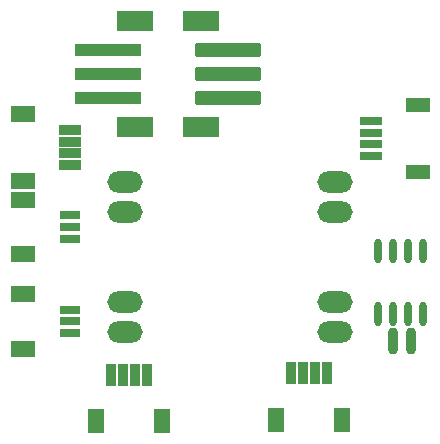
<source format=gbs>
G04 Layer: BottomSolderMaskLayer*
G04 EasyEDA v6.5.40, 2024-02-08 20:30:12*
G04 8a8f0ff451d84adea016c743fcc8db9f,2e16165ee3bb4678bfb3015e44e098b9,10*
G04 Gerber Generator version 0.2*
G04 Scale: 100 percent, Rotated: No, Reflected: No *
G04 Dimensions in millimeters *
G04 leading zeros omitted , absolute positions ,4 integer and 5 decimal *
%FSLAX45Y45*%
%MOMM*%

%AMMACRO1*1,1,$1,$2,$3*1,1,$1,$4,$5*1,1,$1,0-$2,0-$3*1,1,$1,0-$4,0-$5*20,1,$1,$2,$3,$4,$5,0*20,1,$1,$4,$5,0-$2,0-$3,0*20,1,$1,0-$2,0-$3,0-$4,0-$5,0*20,1,$1,0-$4,0-$5,$2,$3,0*4,1,4,$2,$3,$4,$5,0-$2,0-$3,0-$4,0-$5,$2,$3,0*%
%ADD10MACRO1,0.1016X2.75X-0.5X2.75X0.5*%
%ADD11MACRO1,0.1016X1.5X-0.8X1.5X0.8*%
%ADD12R,5.6016X1.1016*%
%ADD13R,3.1016X1.7016*%
%ADD14MACRO1,0.1X1X-0.6X1X0.6*%
%ADD15MACRO1,0.1X0.8X-0.3X0.8X0.3*%
%ADD16MACRO1,0.1X0.9X-0.35X0.9X0.35*%
%ADD17R,1.9000X0.8000*%
%ADD18R,2.1000X1.3000*%
%ADD19MACRO1,0.1X0.35X0.9X-0.35X0.9*%
%ADD20MACRO1,0.1X0.6X1X-0.6X1*%
%ADD21O,0.9015984X2.3015956*%
%ADD22O,0.6700012X2.051812*%
%ADD23O,3.0031944X1.8031968*%

%LPD*%
D10*
G01*
X1879599Y3073400D03*
G01*
X1879599Y3273399D03*
G01*
X1879599Y2873400D03*
D11*
G01*
X1654599Y3523399D03*
G01*
X1654597Y2623400D03*
D12*
G01*
X863600Y3073400D03*
G01*
X863600Y2873400D03*
G01*
X863600Y3273399D03*
D13*
G01*
X1088593Y2623388D03*
G01*
X1088593Y3523386D03*
D14*
G01*
X142897Y1547997D03*
G01*
X142902Y2007999D03*
D15*
G01*
X542899Y1877999D03*
G01*
X542899Y1778000D03*
G01*
X542899Y1678000D03*
D16*
G01*
X537895Y2301097D03*
G01*
X537895Y2401097D03*
G01*
X537895Y2501097D03*
D14*
G01*
X147899Y2731107D03*
G01*
X147899Y2171095D03*
D16*
G01*
X537898Y2601097D03*
D17*
G01*
X3094304Y2677312D03*
G01*
X3094304Y2577312D03*
G01*
X3094304Y2477312D03*
D18*
G01*
X3484295Y2247290D03*
G01*
X3484295Y2807309D03*
D17*
G01*
X3094304Y2377312D03*
D19*
G01*
X1191402Y525195D03*
G01*
X1091402Y525195D03*
G01*
X991402Y525195D03*
D20*
G01*
X761392Y135199D03*
G01*
X1321404Y135199D03*
D19*
G01*
X891402Y525198D03*
G01*
X2715402Y537895D03*
G01*
X2615402Y537895D03*
G01*
X2515402Y537895D03*
D20*
G01*
X2285392Y147899D03*
G01*
X2845404Y147899D03*
D19*
G01*
X2415402Y537898D03*
D21*
G01*
X3276600Y812800D03*
G01*
X3426612Y812800D03*
D22*
G01*
X3149600Y1578610D03*
G01*
X3276600Y1578610D03*
G01*
X3403600Y1578610D03*
G01*
X3530600Y1578610D03*
G01*
X3149600Y1037589D03*
G01*
X3276600Y1037589D03*
G01*
X3403600Y1037589D03*
G01*
X3530600Y1037589D03*
D14*
G01*
X142897Y747897D03*
G01*
X142902Y1207899D03*
D15*
G01*
X542899Y1077899D03*
G01*
X542899Y977900D03*
G01*
X542899Y877900D03*
D23*
G01*
X2781300Y889000D03*
G01*
X2781300Y1143000D03*
G01*
X2781300Y1905000D03*
G01*
X2781300Y2159000D03*
G01*
X1003300Y2159000D03*
G01*
X1003300Y1905000D03*
G01*
X1003300Y1143000D03*
G01*
X1003300Y889000D03*
M02*

</source>
